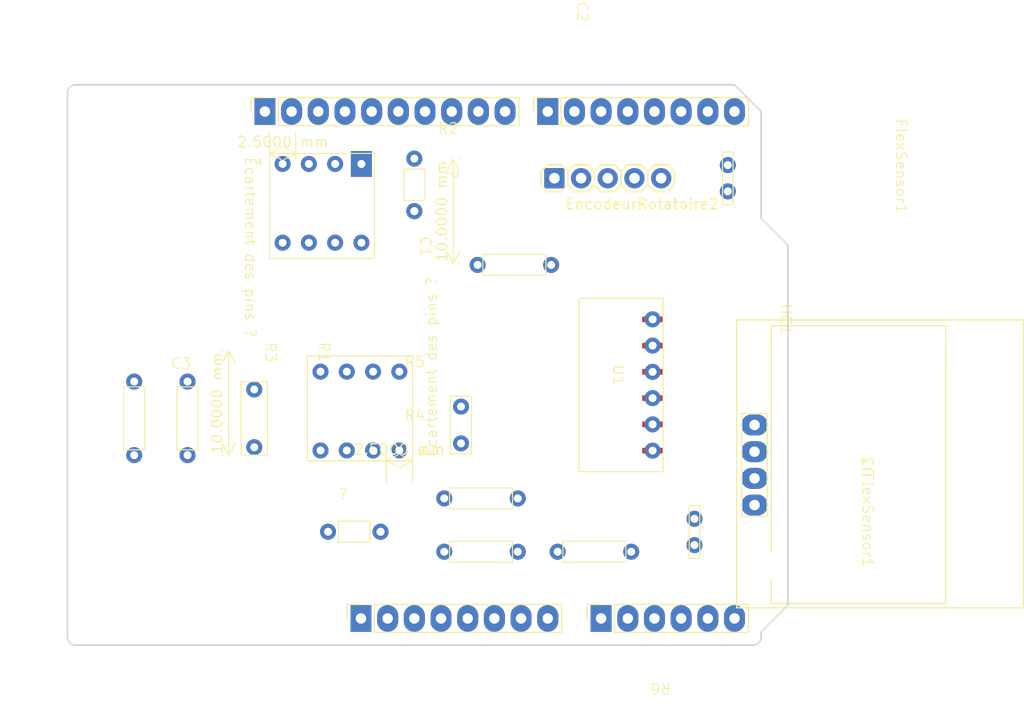
<source format=kicad_pcb>
(kicad_pcb (version 20221018) (generator pcbnew)
  (title_block (date "mar. 31 mars 2015"))
  (layers (0 "F.Cu" signal) (31 "B.Cu" signal) (34 "B.Paste" user) (35 "F.Paste" user) (36 "B.SilkS" user "B.Silkscreen") (37 "F.SilkS" user "F.Silkscreen") (38 "B.Mask" user) (39 "F.Mask" user) (44 "Edge.Cuts" user))
  (net 0 "")
  (net 1 "GND")
  (net 3 "+5V")
  (net 4 "/IOREF")
  (net 5 "Net-(U2-OUT)")
  (net 6 "Net-(U2--IN)")
  (net 7 "/A2")
  (net 8 "/A3")
  (net 9 "A0")
  (net 10 "Net-(U2-+IN)")
  (net 11 "A1")
  (net 12 "/12")
  (net 13 "/AREF")
  (net 14 "D8")
  (net 15 "D7")
  (net 16 "A5")
  (net 17 "A4")
  (net 18 "/*9")
  (net 19 "D13")
  (net 20 "D11")
  (net 21 "/*6")
  (net 22 "D10")
  (net 23 "/TX{slash}1")
  (net 24 "/*3")
  (net 25 "/RX{slash}0")
  (net 26 "VCC")
  (net 27 "/~{RESET}")
  (net 28 "D5")
  (net 29 "D4")
  (net 30 "D2")
  (net 31 "Net-(U1-A0)")
  (net 36 "+3.3V")
  (footprint "Connector_PinSocket_2.54mm:PinSocket_1x08_P2.54mm_Vertical" (layer "F.Cu") (at 127.94 97.46 90)
    (fp_text reference "J1" hide)
    (fp_text value "Power")
    (fp_line (start -1.33 1.27) (end -1.33 19.11) (stroke (width 0.12)) (layer "F.SilkS"))
    (fp_line (start -1.33 1.27) (end 1.33 1.27) (stroke (width 0.12)) (layer "F.SilkS"))
    (fp_line (start -1.33 19.11) (end 1.33 19.11) (stroke (width 0.12)) (layer "F.SilkS"))
    (fp_line (start 0 -1.33) (end 1.33 -1.33) (stroke (width 0.12)) (layer "F.SilkS"))
    (fp_line (start 1.33 -1.33) (end 1.33 0) (stroke (width 0.12)) (layer "F.SilkS"))
    (fp_line (start 1.33 1.27) (end 1.33 19.11) (stroke (width 0.12)) (layer "F.SilkS"))
    (pad "1" thru_hole rect locked (at 0 0 90) (size 2.54 2) (drill 1) (layers "*.Cu" "*.Mask"))
    (pad "2" thru_hole oval locked (at 0 2.54 90) (size 2.54 2) (drill 1) (layers "*.Cu" "*.Mask") (net 4 "/IOREF"))
    (pad "3" thru_hole oval locked (at 0 5.08 90) (size 2.54 2) (drill 1) (layers "*.Cu" "*.Mask") (net 27 "/~{RESET}"))
    (pad "4" thru_hole oval locked (at 0 7.62 90) (size 2.54 2) (drill 1) (layers "*.Cu" "*.Mask") (net 36 "+3.3V"))
    (pad "5" thru_hole oval locked (at 0 10.16 90) (size 2.54 2) (drill 1) (layers "*.Cu" "*.Mask") (net 3 "+5V"))
    (pad "6" thru_hole oval locked (at 0 12.7 90) (size 2.54 2) (drill 1) (layers "*.Cu" "*.Mask") (net 1 "GND"))
    (pad "7" thru_hole oval locked (at 0 15.24 90) (size 2.54 2) (drill 1) (layers "*.Cu" "*.Mask") (net 1 "GND"))
    (pad "8" thru_hole oval locked (at 0 17.78 90) (size 2.54 2) (drill 1) (layers "*.Cu" "*.Mask") (net 26 "VCC"))
  )
  (footprint "Connector_PinSocket_2.54mm:PinSocket_1x06_P2.54mm_Vertical" (layer "F.Cu") (at 150.8 97.46 90)
    (fp_text reference "J3" hide)
    (fp_text value "Analog")
    (fp_line (start -1.33 1.27) (end -1.33 14.03) (stroke (width 0.12)) (layer "F.SilkS"))
    (fp_line (start -1.33 1.27) (end 1.33 1.27) (stroke (width 0.12)) (layer "F.SilkS"))
    (fp_line (start -1.33 14.03) (end 1.33 14.03) (stroke (width 0.12)) (layer "F.SilkS"))
    (fp_line (start 0 -1.33) (end 1.33 -1.33) (stroke (width 0.12)) (layer "F.SilkS"))
    (fp_line (start 1.33 -1.33) (end 1.33 0) (stroke (width 0.12)) (layer "F.SilkS"))
    (fp_line (start 1.33 1.27) (end 1.33 14.03) (stroke (width 0.12)) (layer "F.SilkS"))
    (pad "1" thru_hole rect locked (at 0 0 90) (size 2.54 2) (drill 1) (layers "*.Cu" "*.Mask") (net 9 "A0"))
    (pad "2" thru_hole oval locked (at 0 2.54 90) (size 2.54 2) (drill 1) (layers "*.Cu" "*.Mask") (net 11 "A1"))
    (pad "3" thru_hole oval locked (at 0 5.08 90) (size 2.54 2) (drill 1) (layers "*.Cu" "*.Mask") (net 7 "/A2"))
    (pad "4" thru_hole oval locked (at 0 7.62 90) (size 2.54 2) (drill 1) (layers "*.Cu" "*.Mask") (net 8 "/A3"))
    (pad "5" thru_hole oval locked (at 0 10.16 90) (size 2.54 2) (drill 1) (layers "*.Cu" "*.Mask") (net 17 "A4"))
    (pad "6" thru_hole oval locked (at 0 12.7 90) (size 2.54 2) (drill 1) (layers "*.Cu" "*.Mask") (net 16 "A5"))
  )
  (footprint "Connector_PinSocket_2.54mm:PinSocket_1x10_P2.54mm_Vertical" (layer "F.Cu") (at 118.796 49.2 90)
    (fp_text reference "J2" hide)
    (fp_text value "Digital/PWM")
    (fp_line (start -1.33 1.27) (end -1.33 24.19) (stroke (width 0.12)) (layer "F.SilkS"))
    (fp_line (start -1.33 1.27) (end 1.33 1.27) (stroke (width 0.12)) (layer "F.SilkS"))
    (fp_line (start -1.33 24.19) (end 1.33 24.19) (stroke (width 0.12)) (layer "F.SilkS"))
    (fp_line (start 0 -1.33) (end 1.33 -1.33) (stroke (width 0.12)) (layer "F.SilkS"))
    (fp_line (start 1.33 -1.33) (end 1.33 0) (stroke (width 0.12)) (layer "F.SilkS"))
    (fp_line (start 1.33 1.27) (end 1.33 24.19) (stroke (width 0.12)) (layer "F.SilkS"))
    (pad "1" thru_hole rect locked (at 0 0 90) (size 2.54 2) (drill 1) (layers "*.Cu" "*.Mask") (net 16 "A5"))
    (pad "2" thru_hole oval locked (at 0 2.54 90) (size 2.54 2) (drill 1) (layers "*.Cu" "*.Mask") (net 17 "A4"))
    (pad "3" thru_hole oval locked (at 0 5.08 90) (size 2.54 2) (drill 1) (layers "*.Cu" "*.Mask") (net 13 "/AREF"))
    (pad "4" thru_hole oval locked (at 0 7.62 90) (size 2.54 2) (drill 1) (layers "*.Cu" "*.Mask") (net 1 "GND"))
    (pad "5" thru_hole oval locked (at 0 10.16 90) (size 2.54 2) (drill 1) (layers "*.Cu" "*.Mask") (net 19 "D13"))
    (pad "6" thru_hole oval locked (at 0 12.7 90) (size 2.54 2) (drill 1) (layers "*.Cu" "*.Mask") (net 12 "/12"))
    (pad "7" thru_hole oval locked (at 0 15.24 90) (size 2.54 2) (drill 1) (layers "*.Cu" "*.Mask") (net 20 "D11"))
    (pad "8" thru_hole oval locked (at 0 17.78 90) (size 2.54 2) (drill 1) (layers "*.Cu" "*.Mask") (net 22 "D10"))
    (pad "9" thru_hole oval locked (at 0 20.32 90) (size 2.54 2) (drill 1) (layers "*.Cu" "*.Mask") (net 18 "/*9"))
    (pad "10" thru_hole oval locked (at 0 22.86 90) (size 2.54 2) (drill 1) (layers "*.Cu" "*.Mask") (net 14 "D8"))
  )
  (footprint "Connector_PinSocket_2.54mm:PinSocket_1x08_P2.54mm_Vertical" (layer "F.Cu") (at 145.72 49.2 90)
    (fp_text reference "J4" hide)
    (fp_text value "Digital/PWM")
    (fp_line (start -1.33 1.27) (end -1.33 19.11) (stroke (width 0.12)) (layer "F.SilkS"))
    (fp_line (start -1.33 1.27) (end 1.33 1.27) (stroke (width 0.12)) (layer "F.SilkS"))
    (fp_line (start -1.33 19.11) (end 1.33 19.11) (stroke (width 0.12)) (layer "F.SilkS"))
    (fp_line (start 0 -1.33) (end 1.33 -1.33) (stroke (width 0.12)) (layer "F.SilkS"))
    (fp_line (start 1.33 -1.33) (end 1.33 0) (stroke (width 0.12)) (layer "F.SilkS"))
    (fp_line (start 1.33 1.27) (end 1.33 19.11) (stroke (width 0.12)) (layer "F.SilkS"))
    (pad "1" thru_hole rect locked (at 0 0 90) (size 2.54 2) (drill 1) (layers "*.Cu" "*.Mask") (net 15 "D7"))
    (pad "2" thru_hole oval locked (at 0 2.54 90) (size 2.54 2) (drill 1) (layers "*.Cu" "*.Mask") (net 21 "/*6"))
    (pad "3" thru_hole oval locked (at 0 5.08 90) (size 2.54 2) (drill 1) (layers "*.Cu" "*.Mask") (net 28 "D5"))
    (pad "4" thru_hole oval locked (at 0 7.62 90) (size 2.54 2) (drill 1) (layers "*.Cu" "*.Mask") (net 29 "D4"))
    (pad "5" thru_hole oval locked (at 0 10.16 90) (size 2.54 2) (drill 1) (layers "*.Cu" "*.Mask") (net 24 "/*3"))
    (pad "6" thru_hole oval locked (at 0 12.7 90) (size 2.54 2) (drill 1) (layers "*.Cu" "*.Mask") (net 30 "D2"))
    (pad "7" thru_hole oval locked (at 0 15.24 90) (size 2.54 2) (drill 1) (layers "*.Cu" "*.Mask") (net 23 "/TX{slash}1"))
    (pad "8" thru_hole oval locked (at 0 17.78 90) (size 2.54 2) (drill 1) (layers "*.Cu" "*.Mask") (net 25 "/RX{slash}0"))
  )
  (footprint "MOSH_empreintes:Capa rouge" (layer "F.Cu") (at 117.78 75.66 -90)
    (fp_text reference "C1" (at -13.6 -16.3 -90 unlocked) (layer "F.SilkS") (effects (font (thickness 0.1))))
    (fp_text value "C")
    (fp_line (start -0.75 -1.25) (end -0.75 1.25) (stroke (width 0.1)) (layer "F.SilkS"))
    (fp_line (start -0.75 1.25) (end 6.25 1.25) (stroke (width 0.1)) (layer "F.SilkS"))
    (fp_line (start 6.25 -1.25) (end -0.75 -1.25) (stroke (width 0.1)) (layer "F.SilkS"))
    (fp_line (start 6.25 1.25) (end 6.25 -1.25) (stroke (width 0.1)) (layer "F.SilkS"))
    (pad "1" thru_hole circle (at 0 0 270) (size 1.524 1.524) (drill 0.762) (layers "*.Cu" "*.Mask") (net 5 "Net-(U2-OUT)"))
    (pad "2" thru_hole circle (at 5.5 0 270) (size 1.524 1.524) (drill 0.762) (layers "*.Cu" "*.Mask") (net 6 "Net-(U2--IN)"))
  )
  (footprint "MOSH_empreintes:LTC1050 et MCP" (layer "F.Cu") (at 132.84 82.465 90)
    (fp_text reference "U2" (at 0.8 0.9 90) (layer "F.SilkS") (effects (font (size 0.314961 0.314961))))
    (fp_text value "LTC1050")
    (fp_text user "Écartement des pins ?" (at 0.3 2.4 90 unlocked) (layer "F.SilkS") (effects (font (thickness 0.1)) (justify left bottom)))
    (fp_line (start 0 -10) (end 10 -10) (stroke (width 0.1)) (layer "F.SilkS"))
    (fp_line (start 0 0) (end 0 -10) (stroke (width 0.1)) (layer "F.SilkS"))
    (fp_line (start 10 -10) (end 10 0) (stroke (width 0.1)) (layer "F.SilkS"))
    (fp_line (start 10 0) (end 0 0) (stroke (width 0.1)) (layer "F.SilkS"))
    (dimension (type aligned) (layer "F.SilkS") (pts (xy 132.84 84.965) (xy 130.34 84.965)) (height 2.5) (gr_text "2.5000 mm" (at 131.59 81.365) (layer "F.SilkS") (effects (font (size 1 1) (thickness 0.1)))) (format (prefix "") (suffix "") (units 3) (units_format 1) (precision 4)) (style (thickness 0.1) (arrow_length 1.27) (text_position_mode 0) (extension_height 0.58642) (extension_offset 0.5) keep_text_aligned))
    (dimension (type aligned) (layer "F.SilkS") (pts (xy 115.34 81.965) (xy 115.34 71.965)) (height 0) (gr_text "10.0000 mm" (at 114.24 76.965 90) (layer "F.SilkS") (effects (font (size 1 1) (thickness 0.1)))) (format (prefix "") (suffix "") (units 3) (units_format 1) (precision 4)) (style (thickness 0.1) (arrow_length 1.27) (text_position_mode 0) (extension_height 0.58642) (extension_offset 0.5) keep_text_aligned))
    (pad "1" thru_hole circle (at 1 -8.75 90) (size 1.524 1.524) (drill 0.762) (layers "*.Cu" "*.Mask"))
    (pad "2" thru_hole circle (at 1 -6.25 90) (size 1.524 1.524) (drill 0.762) (layers "*.Cu" "*.Mask") (net 6 "Net-(U2--IN)"))
    (pad "3" thru_hole circle (at 1 -3.75 90) (size 1.524 1.524) (drill 0.762) (layers "*.Cu" "*.Mask") (net 10 "Net-(U2-+IN)"))
    (pad "4" thru_hole circle (at 1 -1.25 90) (size 1.524 1.524) (drill 0.762) (layers "*.Cu" "*.Mask") (net 1 "GND"))
    (pad "5" thru_hole circle (at 8.5 -8.75 90) (size 1.524 1.524) (drill 0.762) (layers "*.Cu" "*.Mask"))
    (pad "6" thru_hole circle (at 8.5 -6.25 90) (size 1.524 1.524) (drill 0.762) (layers "*.Cu" "*.Mask") (net 5 "Net-(U2-OUT)"))
    (pad "7" thru_hole circle (at 8.5 -3.75 90) (size 1.524 1.524) (drill 0.762) (layers "*.Cu" "*.Mask") (net 3 "+5V"))
    (pad "8" thru_hole circle (at 8.5 -1.25 90) (size 1.524 1.524) (drill 0.762) (layers "*.Cu" "*.Mask"))
  )
  (footprint "MOSH_empreintes:Bluetooth HC-05" (layer "F.Cu") (at 155.705 68.985 -90)
    (fp_text reference "HC1" (at 0 -12.7 -90 unlocked) (layer "F.SilkS") (effects (font (thickness 0.1))))
    (fp_text value "~")
    (fp_line (start -2 7) (end 14.5 7) (stroke (width 0.1)) (layer "F.SilkS"))
    (fp_line (start 14.5 -1) (end -2 -1) (stroke (width 0.1)) (layer "F.SilkS"))
    (fp_line (start 14.5 7) (end 14.5 -1) (stroke (width 0.1)) (layer "F.SilkS"))
    (fp_rect (start -2 7) (end -2 -1) (stroke (width 0.1)) (fill none) (layer "F.SilkS"))
    (pad "1" thru_hole circle (at 0 0 270) (size 1.524 1.524) (drill 0.762) (layers "*.Cu" "*.Mask") (net 14 "D8"))
    (pad "2" smd rect (at 0 0) (size 1.9812 0.5334) (layers "F.Cu" "F.Paste" "F.Mask") (net 15 "D7"))
    (pad "2" smd rect (at 2.5 0) (size 1.9812 0.5334) (layers "F.Cu" "F.Paste" "F.Mask") (net 15 "D7"))
    (pad "2" smd rect (at 5 0) (size 1.9812 0.5334) (layers "F.Cu" "F.Paste" "F.Mask") (net 15 "D7"))
    (pad "2" smd rect (at 7.5 0) (size 1.9812 0.5334) (layers "F.Cu" "F.Paste" "F.Mask") (net 15 "D7"))
    (pad "2" smd rect (at 10 0) (size 1.9812 0.5334) (layers "F.Cu" "F.Paste" "F.Mask") (net 15 "D7"))
    (pad "2" smd rect (at 12.5 0) (size 1.9812 0.5334) (layers "F.Cu" "F.Paste" "F.Mask") (net 15 "D7"))
    (pad "3" thru_hole circle (at 2.5 0 270) (size 1.524 1.524) (drill 0.762) (layers "*.Cu" "*.Mask") (net 3 "+5V"))
    (pad "4" thru_hole circle (at 5 0 270) (size 1.524 1.524) (drill 0.762) (layers "*.Cu" "*.Mask") (net 1 "GND"))
    (pad "5" thru_hole circle (at 7.5 0 270) (size 1.524 1.524) (drill 0.762) (layers "*.Cu" "*.Mask"))
    (pad "6" thru_hole circle (at 10 0 270) (size 1.524 1.524) (drill 0.762) (layers "*.Cu" "*.Mask"))
    (pad "7" thru_hole circle (at 12.5 0 270) (size 1.524 1.524) (drill 0.762) (layers "*.Cu" "*.Mask"))
  )
  (footprint "MOSH_empreintes:KY-040" (layer "F.Cu") (at 150.165 55.55 180)
    (fp_text reference "EncodeurRotatoire2" (at -4.5212 -2.4638) (layer "F.SilkS"))
    (fp_text value "~")
    (fp_line (start -7.62 -0.635) (end -7.62 0.635) (stroke (width 0.1524)) (layer "F.SilkS"))
    (fp_line (start -7.62 0.635) (end -6.985 1.27) (stroke (width 0.1524)) (layer "F.SilkS"))
    (fp_line (start -6.985 -1.27) (end -7.62 -0.635) (stroke (width 0.1524)) (layer "F.SilkS"))
    (fp_line (start -6.985 -1.27) (end -5.715 -1.27) (stroke (width 0.1524)) (layer "F.SilkS"))
    (fp_line (start -5.715 -1.27) (end -5.08 -0.635) (stroke (width 0.1524)) (layer "F.SilkS"))
    (fp_line (start -5.715 1.27) (end -6.985 1.27) (stroke (width 0.1524)) (layer "F.SilkS"))
    (fp_line (start -5.08 -0.635) (end -5.08 0.635) (stroke (width 0.1524)) (layer "F.SilkS"))
    (fp_line (start -5.08 -0.635) (end -4.445 -1.27) (stroke (width 0.1524)) (layer "F.SilkS"))
    (fp_line (start -5.08 0.635) (end -5.715 1.27) (stroke (width 0.1524)) (layer "F.SilkS"))
    (fp_line (start -4.445 -1.27) (end -3.175 -1.27) (stroke (width 0.1524)) (layer "F.SilkS"))
    (fp_line (start -4.445 1.27) (end -5.08 0.635) (stroke (width 0.1524)) (layer "F.SilkS"))
    (fp_line (start -3.175 -1.27) (end -2.54 -0.635) (stroke (width 0.1524)) (layer "F.SilkS"))
    (fp_line (start -3.175 1.27) (end -4.445 1.27) (stroke (width 0.1524)) (layer "F.SilkS"))
    (fp_line (start -2.54 -0.635) (end -2.54 0.635) (stroke (width 0.1524)) (layer "F.SilkS"))
    (fp_line (start -2.54 -0.635) (end -1.905 -1.27) (stroke (width 0.1524)) (layer "F.SilkS"))
    (fp_line (start -2.54 0.635) (end -3.175 1.27) (stroke (width 0.1524)) (layer "F.SilkS"))
    (fp_line (start -1.905 -1.27) (end -0.635 -1.27) (stroke (width 0.1524)) (layer "F.SilkS"))
    (fp_line (start -1.905 1.27) (end -2.54 0.635) (stroke (width 0.1524)) (layer "F.SilkS"))
    (fp_line (start -0.635 -1.27) (end 0 -0.635) (stroke (width 0.1524)) (layer "F.SilkS"))
    (fp_line (start -0.635 1.27) (end -1.905 1.27) (stroke (width 0.1524)) (layer "F.SilkS"))
    (fp_line (start 0 -0.635) (end 0 0.635) (stroke (width 0.1524)) (layer "F.SilkS"))
    (fp_line (start 0 0.635) (end -0.635 1.27) (stroke (width 0.1524)) (layer "F.SilkS"))
    (fp_line (start 0 0.635) (end 0.635 1.27) (stroke (width 0.1524)) (layer "F.SilkS"))
    (fp_line (start 0.635 -1.27) (end 0 -0.635) (stroke (width 0.1524)) (layer "F.SilkS"))
    (fp_line (start 0.635 -1.27) (end 1.905 -1.27) (stroke (width 0.1524)) (layer "F.SilkS"))
    (fp_line (start 1.905 -1.27) (end 2.54 -0.635) (stroke (width 0.1524)) (layer "F.SilkS"))
    (fp_line (start 1.905 1.27) (end 0.635 1.27) (stroke (width 0.1524)) (layer "F.SilkS"))
    (fp_line (start 2.54 -0.635) (end 2.54 0.635) (stroke (width 0.1524)) (layer "F.SilkS"))
    (fp_line (start 2.54 -0.635) (end 3.175 -1.27) (stroke (width 0.1524)) (layer "F.SilkS"))
    (fp_line (start 2.54 0.635) (end 1.905 1.27) (stroke (width 0.1524)) (layer "F.SilkS"))
    (fp_line (start 3.175 -1.27) (end 4.445 -1.27) (stroke (width 0.1524)) (layer "F.SilkS"))
    (fp_line (start 3.175 1.27) (end 2.54 0.635) (stroke (width 0.1524)) (layer "F.SilkS"))
    (fp_line (start 4.445 -1.27) (end 5.08 -0.635) (stroke (width 0.1524)) (layer "F.SilkS"))
    (fp_line (start 4.445 1.27) (end 3.175 1.27) (stroke (width 0.1524)) (layer "F.SilkS"))
    (fp_line (start 5.08 -0.635) (end 5.08 0.635) (stroke (width 0.1524)) (layer "F.SilkS"))
    (fp_line (start 5.08 0.635) (end 4.445 1.27) (stroke (width 0.1524)) (layer "F.SilkS"))
    (pad "1" thru_hole circle (at -6.35 0 180) (size 1.9304 1.9304) (drill 1.016) (layers "*.Cu" "*.Mask") (net 30 "D2"))
    (pad "2" thru_hole circle (at -3.81 0 180) (size 1.9304 1.9304) (drill 1.016) (layers "*.Cu" "*.Mask") (net 29 "D4"))
    (pad "3" thru_hole circle (at -1.27 0 180) (size 1.9304 1.9304) (drill 1.016) (layers "*.Cu" "*.Mask") (net 28 "D5"))
    (pad "4" thru_hole circle (at 1.27 0 180) (size 1.9304 1.9304) (drill 1.016) (layers "*.Cu" "*.Mask") (net 3 "+5V"))
    (pad "5" thru_hole rect (at 3.81 0 180) (size 1.9304 1.9304) (drill 1.016) (layers "*.Cu" "*.Mask") (net 1 "GND"))
  )
  (footprint "Arduino_MountingHole:MountingHole_3.2mm" (layer "F.Cu") (at 115.24 49.2)
    (fp_text reference "MH1" hide)
    (fp_text value "MountingHole_3.2mm" hide)
    (pad "" np_thru_hole circle locked (at 0 0) (size 3.2 3.2) (drill 3.2) (layers "*.Cu" "*.Mask"))
  )
  (footprint "MOSH_empreintes:Capteur FLEX" (layer "F.Cu") (at 159.69 87.975 -90)
    (fp_text reference "FlexSensor1" (at 0.1 -16.5 -90 unlocked) (layer "F.SilkS") (effects (font (thickness 0.1))))
    (fp_text value "~")
    (fp_line (start -1.25 -0.5) (end -1.25 0.5) (stroke (width 0.1)) (layer "F.SilkS"))
    (fp_line (start -1.25 0.5) (end 3.75 0.5) (stroke (width 0.1)) (layer "F.SilkS"))
    (fp_line (start 3.75 -0.5) (end -1.25 -0.5) (stroke (width 0.1)) (layer "F.SilkS"))
    (fp_line (start 3.75 0.5) (end 3.75 -0.5) (stroke (width 0.1)) (layer "F.SilkS"))
    (pad "1" thru_hole circle (at 0 0 270) (size 1.524 1.524) (drill 0.762) (layers "*.Cu" "*.Mask") (net 3 "+5V"))
    (pad "2" thru_hole circle (at 2.5 0 270) (size 1.524 1.524) (drill 0.762) (layers "*.Cu" "*.Mask") (net 11 "A1"))
  )
  (footprint "MOSH_empreintes:LTC1050 et MCP" (layer "F.Cu") (at 119.23 53.19 -90)
    (fp_text reference "U4" (at 0.8 0.9 90) (layer "F.SilkS") (effects (font (size 0.314961 0.314961))))
    (fp_text value "MCP41100")
    (fp_text user "Écartement des pins ?" (at 0.3 2.4 -90 unlocked) (layer "F.SilkS") (effects (font (thickness 0.1)) (justify left bottom)))
    (fp_line (start 0 -10) (end 10 -10) (stroke (width 0.1)) (layer "F.SilkS"))
    (fp_line (start 0 0) (end 0 -10) (stroke (width 0.1)) (layer "F.SilkS"))
    (fp_line (start 10 -10) (end 10 0) (stroke (width 0.1)) (layer "F.SilkS"))
    (fp_line (start 10 0) (end 0 0) (stroke (width 0.1)) (layer "F.SilkS"))
    (dimension (type aligned) (layer "F.SilkS") (pts (xy 136.73 53.69) (xy 136.73 63.69)) (height 0) (gr_text "10.0000 mm" (at 135.63 58.69 90) (layer "F.SilkS") (effects (font (size 1 1) (thickness 0.1)))) (format (prefix "") (suffix "") (units 3) (units_format 1) (precision 4)) (style (thickness 0.1) (arrow_length 1.27) (text_position_mode 0) (extension_height 0.58642) (extension_offset 0.5) keep_text_aligned))
    (dimension (type aligned) (layer "F.SilkS") (pts (xy 119.23 50.69) (xy 121.73 50.69)) (height 2.5) (gr_text "2.5000 mm" (at 120.48 52.09) (layer "F.SilkS") (effects (font (size 1 1) (thickness 0.1)))) (format (prefix "") (suffix "") (units 3) (units_format 1) (precision 4)) (style (thickness 0.1) (arrow_length 1.27) (text_position_mode 0) (extension_height 0.58642) (extension_offset 0.5) keep_text_aligned))
    (pad "1" thru_hole rect (at 1 -8.75 270) (size 2.45 2) (drill 0.762) (layers "*.Cu" "*.Mask") (net 22 "D10"))
    (pad "2" thru_hole circle (at 1 -6.25 270) (size 1.524 1.524) (drill 0.762) (layers "*.Cu" "*.Mask") (net 19 "D13"))
    (pad "3" thru_hole circle (at 1 -3.75 270) (size 1.524 1.524) (drill 0.762) (layers "*.Cu" "*.Mask") (net 20 "D11"))
    (pad "4" thru_hole circle (at 1 -1.25 270) (size 1.524 1.524) (drill 0.762) (layers "*.Cu" "*.Mask") (net 1 "GND"))
    (pad "5" thru_hole circle (at 8.5 -8.75 270) (size 1.524 1.524) (drill 0.762) (layers "*.Cu" "*.Mask") (net 3 "+5V"))
    (pad "6" thru_hole circle (at 8.5 -6.25 270) (size 1.524 1.524) (drill 0.762) (layers "*.Cu" "*.Mask"))
    (pad "7" thru_hole circle (at 8.5 -3.75 270) (size 1.524 1.524) (drill 0.762) (layers "*.Cu" "*.Mask") (net 1 "GND"))
    (pad "8" thru_hole circle (at 8.5 -1.25 270) (size 1.524 1.524) (drill 0.762) (layers "*.Cu" "*.Mask") (net 3 "+5V"))
  )
  (footprint "MOSH_empreintes:capteur graphite" (layer "F.Cu") (at 137.465 77.295 -90)
    (fp_text reference "U1" (at -3 -15 -90 unlocked) (layer "F.SilkS") (effects (font (thickness 0.1))))
    (fp_text value "~")
    (fp_rect (start -1 -1) (end 4.5 1) (stroke (width 0.1)) (fill none) (layer "F.SilkS"))
    (pad "1" thru_hole circle (at 0 0 270) (size 1.524 1.524) (drill 0.762) (layers "*.Cu" "*.Mask") (net 3 "+5V"))
    (pad "2" thru_hole circle (at 3.5 0 270) (size 1.524 1.524) (drill 0.762) (layers "*.Cu" "*.Mask") (net 31 "Net-(U1-A0)"))
  )
  (footprint "MOSH_empreintes:Capa jaune" (layer "F.Cu") (at 124.805 89.205)
    (fp_text reference "C3" (at -14 -16 unlocked) (layer "F.SilkS") (effects (font (thickness 0.1))))
    (fp_text value "C")
    (fp_text user "?" (at 1 -3 unlocked) (layer "F.SilkS") (effects (font (thickness 0.1)) (justify left bottom)))
    (fp_rect (start 1 -1) (end 4 1) (stroke (width 0.1)) (fill none) (layer "F.SilkS"))
    (pad "1" thru_hole circle (at 0 0) (size 1.524 1.524) (drill 0.762) (layers "*.Cu" "*.Mask") (net 10 "Net-(U2-+IN)"))
    (pad "2" thru_hole circle (at 5 0) (size 1.524 1.524) (drill 0.762) (layers "*.Cu" "*.Mask") (net 1 "GND"))
    (pad "3" thru_hole circle (at 5 0) (size 1.524 1.524) (drill 0.762) (layers "*.Cu" "*.Mask"))
  )
  (footprint "MOSH_empreintes:OLED SCREEN" (layer "F.Cu") (at 176.005 83.045 90)
    (fp_text reference "U3" (at 0 0.254 90) (layer "F.SilkS"))
    (fp_text value "~")
    (fp_line (start -13.4 -12.3) (end 14 -12.3) (stroke (width 0.12)) (layer "F.SilkS"))
    (fp_line (start -13.4 15) (end -13.4 -12.3) (stroke (width 0.12)) (layer "F.SilkS"))
    (fp_line (start -12.978 -9.005) (end 10.122 -9.005) (stroke (width 0.12)) (layer "F.SilkS"))
    (fp_line (start -12.978 7.595) (end -12.978 -9.005) (stroke (width 0.12)) (layer "F.SilkS"))
    (fp_line (start -4.699 -11.811) (end -4.699 -9.398) (stroke (width 0.12)) (layer "F.SilkS"))
    (fp_line (start -4.699 -11.811) (end 5.08 -11.811) (stroke (width 0.12)) (layer "F.SilkS"))
    (fp_line (start 5.08 -11.811) (end 5.08 -9.398) (stroke (width 0.12)) (layer "F.SilkS"))
    (fp_line (start 5.08 -9.398) (end -4.699 -9.398) (stroke (width 0.12)) (layer "F.SilkS"))
    (fp_line (start 10.122 -9.005) (end 13.208 -9.005) (stroke (width 0.12)) (layer "F.SilkS"))
    (fp_line (start 10.122 7.595) (end -12.978 7.595) (stroke (width 0.12)) (layer "F.SilkS"))
    (fp_line (start 10.122 7.595) (end 13.462 7.62) (stroke (width 0.12)) (layer "F.SilkS"))
    (fp_line (start 13.462 -9.017) (end 13.208 -9.005) (stroke (width 0.12)) (layer "F.SilkS"))
    (fp_line (start 13.462 7.62) (end 13.462 -9.017) (stroke (width 0.12)) (layer "F.SilkS"))
    (fp_line (start 14 -12.3) (end 14 15) (stroke (width 0.12)) (layer "F.SilkS"))
    (fp_line (start 14 15) (end -13.4 15) (stroke (width 0.12)) (layer "F.SilkS"))
    (pad "1" thru_hole oval (at -3.62 -10.6 180) (size 2.54 2) (drill 1) (layers "*.Cu" "*.Mask") (net 17 "A4"))
    (pad "2" thru_hole oval (at -1.08 -10.6 180) (size 2.54 2) (drill 1) (layers "*.Cu" "*.Mask") (net 16 "A5"))
    (pad "3" thru_hole oval (at 1.46 -10.6 180) (size 2.54 2) (drill 1) (layers "*.Cu" "*.Mask") (net 1 "GND"))
    (pad "4" thru_hole oval (at 4 -10.6 180) (size 2.54 2) (drill 1) (layers "*.Cu" "*.Mask") (net 3 "+5V"))
  )
  (footprint "MOSH_empreintes:R 65 2" (layer "F.Cu") (at 106.35 74.91 -90)
    (fp_text reference "R3" (at -2.8 -13 -90 unlocked) (layer "F.SilkS") (effects (font (thickness 0.1))))
    (fp_text value "R")
    (fp_line (start 0.5 -1) (end 0.5 1) (stroke (width 0.1)) (layer "F.SilkS"))
    (fp_line (start 0.5 1) (end 6.5 1) (stroke (width 0.1)) (layer "F.SilkS"))
    (fp_line (start 6.5 -1) (end 0.5 -1) (stroke (width 0.1)) (layer "F.SilkS"))
    (fp_line (start 6.5 1) (end 6.5 -1) (stroke (width 0.1)) (layer "F.SilkS"))
    (pad "1" thru_hole circle (at 0 0 270) (size 1.524 1.524) (drill 0.762) (layers "*.Cu" "*.Mask") (net 1 "GND"))
    (pad "2" thru_hole circle (at 7 0 270) (size 1.524 1.524) (drill 0.762) (layers "*.Cu" "*.Mask") (net 6 "Net-(U2--IN)"))
  )
  (footprint "MOSH_empreintes:R 65 2" (layer "F.Cu") (at 111.43 74.91 -90)
    (fp_text reference "R1" (at -2.8 -13 -90 unlocked) (layer "F.SilkS") (effects (font (thickness 0.1))))
    (fp_text value "R")
    (fp_line (start 0.5 -1) (end 0.5 1) (stroke (width 0.1)) (layer "F.SilkS"))
    (fp_line (start 0.5 1) (end 6.5 1) (stroke (width 0.1)) (layer "F.SilkS"))
    (fp_line (start 6.5 -1) (end 0.5 -1) (stroke (width 0.1)) (layer "F.SilkS"))
    (fp_line (start 6.5 1) (end 6.5 -1) (stroke (width 0.1)) (layer "F.SilkS"))
    (pad "1" thru_hole circle (at 0 0 270) (size 1.524 1.524) (drill 0.762) (layers "*.Cu" "*.Mask") (net 5 "Net-(U2-OUT)"))
    (pad "2" thru_hole circle (at 7 0 270) (size 1.524 1.524) (drill 0.762) (layers "*.Cu" "*.Mask") (net 6 "Net-(U2--IN)"))
  )
  (footprint "MOSH_empreintes:R 65 2" (layer "F.Cu") (at 139.045 63.805)
    (fp_text reference "R2" (at -2.8 -13 unlocked) (layer "F.SilkS") (effects (font (thickness 0.1))))
    (fp_text value "R")
    (fp_line (start 0.5 -1) (end 0.5 1) (stroke (width 0.1)) (layer "F.SilkS"))
    (fp_line (start 0.5 1) (end 6.5 1) (stroke (width 0.1)) (layer "F.SilkS"))
    (fp_line (start 6.5 -1) (end 0.5 -1) (stroke (width 0.1)) (layer "F.SilkS"))
    (fp_line (start 6.5 1) (end 6.5 -1) (stroke (width 0.1)) (layer "F.SilkS"))
    (pad "1" thru_hole circle (at 0 0) (size 1.524 1.524) (drill 0.762) (layers "*.Cu" "*.Mask") (net 5 "Net-(U2-OUT)"))
    (pad "2" thru_hole circle (at 7 0) (size 1.524 1.524) (drill 0.762) (layers "*.Cu" "*.Mask") (net 9 "A0"))
  )
  (footprint "MOSH_empreintes:R 65 2" (layer "F.Cu") (at 135.87 86.03)
    (fp_text reference "R5" (at -2.8 -13 unlocked) (layer "F.SilkS") (effects (font (thickness 0.1))))
    (fp_text value "R")
    (fp_line (start 0.5 -1) (end 0.5 1) (stroke (width 0.1)) (layer "F.SilkS"))
    (fp_line (start 0.5 1) (end 6.5 1) (stroke (width 0.1)) (layer "F.SilkS"))
    (fp_line (start 6.5 -1) (end 0.5 -1) (stroke (width 0.1)) (layer "F.SilkS"))
    (fp_line (start 6.5 1) (end 6.5 -1) (stroke (width 0.1)) (layer "F.SilkS"))
    (pad "1" thru_hole circle (at 0 0) (size 1.524 1.524) (drill 0.762) (layers "*.Cu" "*.Mask") (net 10 "Net-(U2-+IN)"))
    (pad "2" thru_hole circle (at 7 0) (size 1.524 1.524) (drill 0.762) (layers "*.Cu" "*.Mask") (net 31 "Net-(U1-A0)"))
  )
  (footprint "MOSH_empreintes:R 65 2" (layer "F.Cu") (at 153.665 91.11 180)
    (fp_text reference "R6" (at -2.8 -13 180 unlocked) (layer "F.SilkS") (effects (font (thickness 0.1))))
    (fp_text value "R")
    (fp_line (start 0.5 -1) (end 0.5 1) (stroke (width 0.1)) (layer "F.SilkS"))
    (fp_line (start 0.5 1) (end 6.5 1) (stroke (width 0.1)) (layer "F.SilkS"))
    (fp_line (start 6.5 -1) (end 0.5 -1) (stroke (width 0.1)) (layer "F.SilkS"))
    (fp_line (start 6.5 1) (end 6.5 -1) (stroke (width 0.1)) (layer "F.SilkS"))
    (pad "1" thru_hole circle (at 0 0 180) (size 1.524 1.524) (drill 0.762) (layers "*.Cu" "*.Mask") (net 11 "A1"))
    (pad "2" thru_hole circle (at 7 0 180) (size 1.524 1.524) (drill 0.762) (layers "*.Cu" "*.Mask") (net 1 "GND"))
  )
  (footprint "Arduino_MountingHole:MountingHole_3.2mm" (layer "F.Cu") (at 113.97 97.46)
    (fp_text reference "MH2" hide)
    (fp_text value "MountingHole_3.2mm" hide)
    (pad "" np_thru_hole circle locked (at 0 0) (size 3.2 3.2) (drill 3.2) (layers "*.Cu" "*.Mask"))
  )
  (footprint "MOSH_empreintes:Capa jaune" (layer "F.Cu") (at 133.02 53.685 -90)
    (fp_text reference "C2" (at -14 -16 -90 unlocked) (layer "F.SilkS") (effects (font (thickness 0.1))))
    (fp_text value "C")
    (fp_text user "?" (at 1 -3 -90 unlocked) (layer "F.SilkS") (effects (font (thickness 0.1)) (justify left bottom)))
    (fp_rect (start 1 -1) (end 4 1) (stroke (width 0.1)) (fill none) (layer "F.SilkS"))
    (pad "1" thru_hole circle (at 0 0 270) (size 1.524 1.524) (drill 0.762) (layers "*.Cu" "*.Mask") (net 1 "GND"))
    (pad "2" thru_hole circle (at 5 0 270) (size 1.524 1.524) (drill 0.762) (layers "*.Cu" "*.Mask") (net 9 "A0"))
    (pad "3" thru_hole circle (at 5 0 270) (size 1.524 1.524) (drill 0.762) (layers "*.Cu" "*.Mask"))
  )
  (footprint "MOSH_empreintes:Capteur FLEX" (layer "F.Cu") (at 162.865 54.3 -90)
    (fp_text reference "FlexSensor1" (at 0.1 -16.5 -90 unlocked) (layer "F.SilkS") (effects (font (thickness 0.1))))
    (fp_text value "~")
    (fp_line (start -1.25 -0.5) (end -1.25 0.5) (stroke (width 0.1)) (layer "F.SilkS"))
    (fp_line (start -1.25 0.5) (end 3.75 0.5) (stroke (width 0.1)) (layer "F.SilkS"))
    (fp_line (start 3.75 -0.5) (end -1.25 -0.5) (stroke (width 0.1)) (layer "F.SilkS"))
    (fp_line (start 3.75 0.5) (end 3.75 -0.5) (stroke (width 0.1)) (layer "F.SilkS"))
    (pad "1" thru_hole circle (at 0 0 270) (size 1.524 1.524) (drill 0.762) (layers "*.Cu" "*.Mask") (net 3 "+5V"))
    (pad "2" thru_hole circle (at 2.5 0 270) (size 1.524 1.524) (drill 0.762) (layers "*.Cu" "*.Mask") (net 11 "A1"))
  )
  (footprint "Arduino_MountingHole:MountingHole_3.2mm" (layer "F.Cu") (at 166.04 64.44)
    (fp_text reference "MH3" hide)
    (fp_text value "MountingHole_3.2mm" hide)
    (pad "" np_thru_hole circle locked (at 0 0) (size 3.2 3.2) (drill 3.2) (layers "*.Cu" "*.Mask"))
  )
  (footprint "MOSH_empreintes:R 65 2" (layer "F.Cu") (at 135.87 91.11)
    (fp_text reference "R4" (at -2.8 -13 unlocked) (layer "F.SilkS") (effects (font (thickness 0.1))))
    (fp_text value "R")
    (fp_line (start 0.5 -1) (end 0.5 1) (stroke (width 0.1)) (layer "F.SilkS"))
    (fp_line (start 0.5 1) (end 6.5 1) (stroke (width 0.1)) (layer "F.SilkS"))
    (fp_line (start 6.5 -1) (end 0.5 -1) (stroke (width 0.1)) (layer "F.SilkS"))
    (fp_line (start 6.5 1) (end 6.5 -1) (stroke (width 0.1)) (layer "F.SilkS"))
    (pad "1" thru_hole circle (at 0 0) (size 1.524 1.524) (drill 0.762) (layers "*.Cu" "*.Mask") (net 10 "Net-(U2-+IN)"))
    (pad "2" thru_hole circle (at 7 0) (size 1.524 1.524) (drill 0.762) (layers "*.Cu" "*.Mask") (net 1 "GND"))
  )
  (footprint "Arduino_MountingHole:MountingHole_3.2mm" (layer "F.Cu") (at 166.04 92.38)
    (fp_text reference "MH4" hide)
    (fp_text value "MountingHole_3.2mm" hide)
    (pad "" np_thru_hole circle locked (at 0 0) (size 3.2 3.2) (drill 3.2) (layers "*.Cu" "*.Mask"))
  )
  (gr_line (start 166.04 59.36) (end 168.58 61.9) (stroke (width 0.15)) (layer "Edge.Cuts"))
  (gr_line (start 100 99.238) (end 100 47.422) (stroke (width 0.15)) (layer "Edge.Cuts"))
  (gr_line (start 168.58 61.9) (end 168.58 96.19) (stroke (width 0.15)) (layer "Edge.Cuts"))
  (gr_line (start 165.278 100) (end 100.762 100) (stroke (width 0.15)) (layer "Edge.Cuts"))
  (gr_line (start 100.762 46.66) (end 163.5 46.66) (stroke (width 0.15)) (layer "Edge.Cuts"))
  (gr_arc (start 100.762 100) (mid 100.223185 99.776815) (end 100 99.238) (stroke (width 0.15)) (layer "Edge.Cuts"))
  (gr_line (start 168.58 96.19) (end 166.04 98.73) (stroke (width 0.15)) (layer "Edge.Cuts"))
  (gr_line (start 163.5 46.66) (end 166.04 49.2) (stroke (width 0.15)) (layer "Edge.Cuts"))
  (gr_arc (start 166.04 99.238) (mid 165.816815 99.776815) (end 165.278 100) (stroke (width 0.15)) (layer "Edge.Cuts"))
  (gr_line (start 166.04 49.2) (end 166.04 59.36) (stroke (width 0.15)) (layer "Edge.Cuts"))
  (gr_line (start 166.04 98.73) (end 166.04 99.238) (stroke (width 0.15)) (layer "Edge.Cuts"))
  (gr_arc (start 100 47.422) (mid 100.223185 46.883185) (end 100.762 46.66) (stroke (width 0.15)) (layer "Edge.Cuts"))
)
</source>
